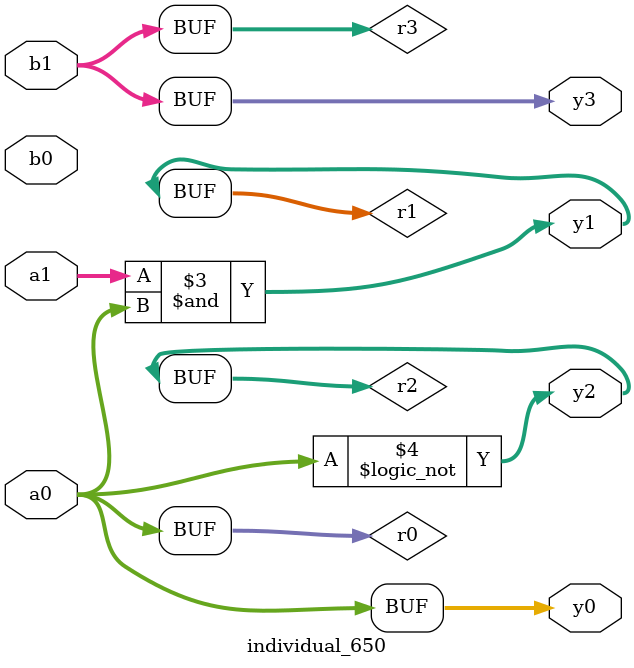
<source format=sv>
module individual_650(input logic [15:0] a1, input logic [15:0] a0, input logic [15:0] b1, input logic [15:0] b0, output logic [15:0] y3, output logic [15:0] y2, output logic [15:0] y1, output logic [15:0] y0);
logic [15:0] r0, r1, r2, r3; 
 always@(*) begin 
	 r0 = a0; r1 = a1; r2 = b0; r3 = b1; 
 	 r2  ^=  r3 ;
 	 r1  &=  r0 ;
 	 r2 = ! r0 ;
 	 y3 = r3; y2 = r2; y1 = r1; y0 = r0; 
end
endmodule
</source>
